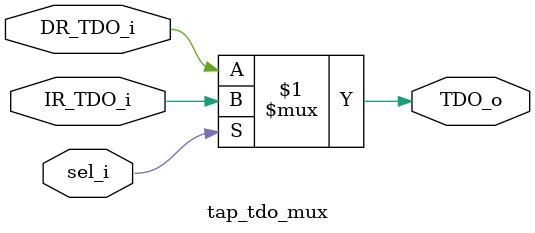
<source format=sv>
/*
    File name: tap_bsr.sv
    Description: TODO: Include your internal logic and your boundary scan cells connected to it.
    Author: Marko Gjorgjievski
    Date created: 25.04.2025
*/

`timescale 1ns / 10ps

module tap_tdo_mux(
    input logic IR_TDO_i,
    input logic DR_TDO_i,
    input logic sel_i,
    output logic TDO_o
);

    assign TDO_o = (sel_i) ? IR_TDO_i : DR_TDO_i;

endmodule

</source>
